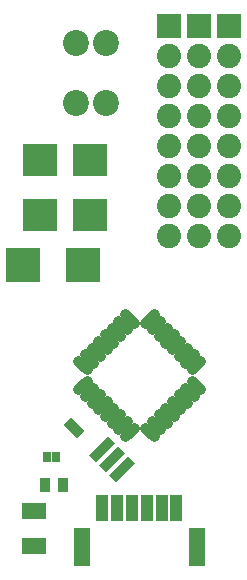
<source format=gts>
G04 #@! TF.FileFunction,Soldermask,Top*
%FSLAX46Y46*%
G04 Gerber Fmt 4.6, Leading zero omitted, Abs format (unit mm)*
G04 Created by KiCad (PCBNEW 4.0.7) date 07/31/18 09:39:55*
%MOMM*%
%LPD*%
G01*
G04 APERTURE LIST*
%ADD10C,0.100000*%
%ADD11R,2.000000X1.400000*%
%ADD12R,1.000000X2.200000*%
%ADD13R,1.400000X3.200000*%
%ADD14R,0.900000X1.300000*%
%ADD15C,2.200000*%
%ADD16R,2.051000X2.051000*%
%ADD17C,2.051000*%
%ADD18R,2.900000X2.700000*%
%ADD19C,0.900000*%
%ADD20R,2.950000X2.900000*%
%ADD21R,0.800000X0.900000*%
G04 APERTURE END LIST*
D10*
D11*
X141100000Y-119500000D03*
X141100000Y-122500000D03*
D12*
X153125000Y-119225000D03*
X151875000Y-119225000D03*
X150625000Y-119225000D03*
X149375000Y-119225000D03*
X148125000Y-119225000D03*
X146875000Y-119225000D03*
D13*
X145150000Y-122575000D03*
X154850000Y-122575000D03*
D14*
X142000000Y-117300000D03*
X143500000Y-117300000D03*
D15*
X144666000Y-79880000D03*
X147206000Y-79880000D03*
X144666000Y-84960000D03*
X147206000Y-84960000D03*
D16*
X155080000Y-78410000D03*
D17*
X155080000Y-80950000D03*
X155080000Y-83490000D03*
X155080000Y-86030000D03*
X155080000Y-88570000D03*
X155080000Y-91110000D03*
X155080000Y-93650000D03*
X155080000Y-96190000D03*
D16*
X157620000Y-78410000D03*
D17*
X157620000Y-80950000D03*
X157620000Y-83490000D03*
X157620000Y-86030000D03*
X157620000Y-88570000D03*
X157620000Y-91110000D03*
X157620000Y-93650000D03*
X157620000Y-96190000D03*
D16*
X152540000Y-78410000D03*
D17*
X152540000Y-80950000D03*
X152540000Y-83490000D03*
X152540000Y-86030000D03*
X152540000Y-88570000D03*
X152540000Y-91110000D03*
X152540000Y-93650000D03*
X152540000Y-96190000D03*
D18*
X145850000Y-89800000D03*
X141550000Y-89800000D03*
X145850000Y-94400000D03*
X141550000Y-94400000D03*
D19*
X144838121Y-109202081D02*
X145545227Y-108494975D01*
X145403806Y-109767767D02*
X146110912Y-109060661D01*
X145969492Y-110333452D02*
X146676598Y-109626346D01*
X146535177Y-110899137D02*
X147242283Y-110192031D01*
X147100863Y-111464823D02*
X147807969Y-110757717D01*
X147666548Y-112030508D02*
X148373654Y-111323402D01*
X148232233Y-112596194D02*
X148939339Y-111889088D01*
X148797919Y-113161879D02*
X149505025Y-112454773D01*
X150494975Y-112454773D02*
X151202081Y-113161879D01*
X151060661Y-111889088D02*
X151767767Y-112596194D01*
X151626346Y-111323402D02*
X152333452Y-112030508D01*
X152192031Y-110757717D02*
X152899137Y-111464823D01*
X152757717Y-110192031D02*
X153464823Y-110899137D01*
X153323402Y-109626346D02*
X154030508Y-110333452D01*
X153889088Y-109060661D02*
X154596194Y-109767767D01*
X154454773Y-108494975D02*
X155161879Y-109202081D01*
X154454773Y-107505025D02*
X155161879Y-106797919D01*
X153889088Y-106939339D02*
X154596194Y-106232233D01*
X153323402Y-106373654D02*
X154030508Y-105666548D01*
X152757717Y-105807969D02*
X153464823Y-105100863D01*
X152192031Y-105242283D02*
X152899137Y-104535177D01*
X151626346Y-104676598D02*
X152333452Y-103969492D01*
X151060661Y-104110912D02*
X151767767Y-103403806D01*
X150494975Y-103545227D02*
X151202081Y-102838121D01*
X148797919Y-102838121D02*
X149505025Y-103545227D01*
X148232233Y-103403806D02*
X148939339Y-104110912D01*
X147666548Y-103969492D02*
X148373654Y-104676598D01*
X147100863Y-104535177D02*
X147807969Y-105242283D01*
X146535177Y-105100863D02*
X147242283Y-105807969D01*
X145969492Y-105666548D02*
X146676598Y-106373654D01*
X145403806Y-106232233D02*
X146110912Y-106939339D01*
X144838121Y-106797919D02*
X145545227Y-107505025D01*
D20*
X145225000Y-98700000D03*
X140175000Y-98700000D03*
D10*
G36*
X144768198Y-112131802D02*
X145333884Y-112697488D01*
X144697488Y-113333884D01*
X144131802Y-112768198D01*
X144768198Y-112131802D01*
X144768198Y-112131802D01*
G37*
G36*
X144202512Y-111566116D02*
X144768198Y-112131802D01*
X144131802Y-112768198D01*
X143566116Y-112202512D01*
X144202512Y-111566116D01*
X144202512Y-111566116D01*
G37*
D21*
X142150000Y-114900000D03*
X142950000Y-114900000D03*
D10*
G36*
X149644544Y-115418198D02*
X148018198Y-117044544D01*
X147452512Y-116478858D01*
X149078858Y-114852512D01*
X149644544Y-115418198D01*
X149644544Y-115418198D01*
G37*
G36*
X148796016Y-114569670D02*
X147169670Y-116196016D01*
X146603984Y-115630330D01*
X148230330Y-114003984D01*
X148796016Y-114569670D01*
X148796016Y-114569670D01*
G37*
G36*
X147947488Y-113721142D02*
X146321142Y-115347488D01*
X145755456Y-114781802D01*
X147381802Y-113155456D01*
X147947488Y-113721142D01*
X147947488Y-113721142D01*
G37*
M02*

</source>
